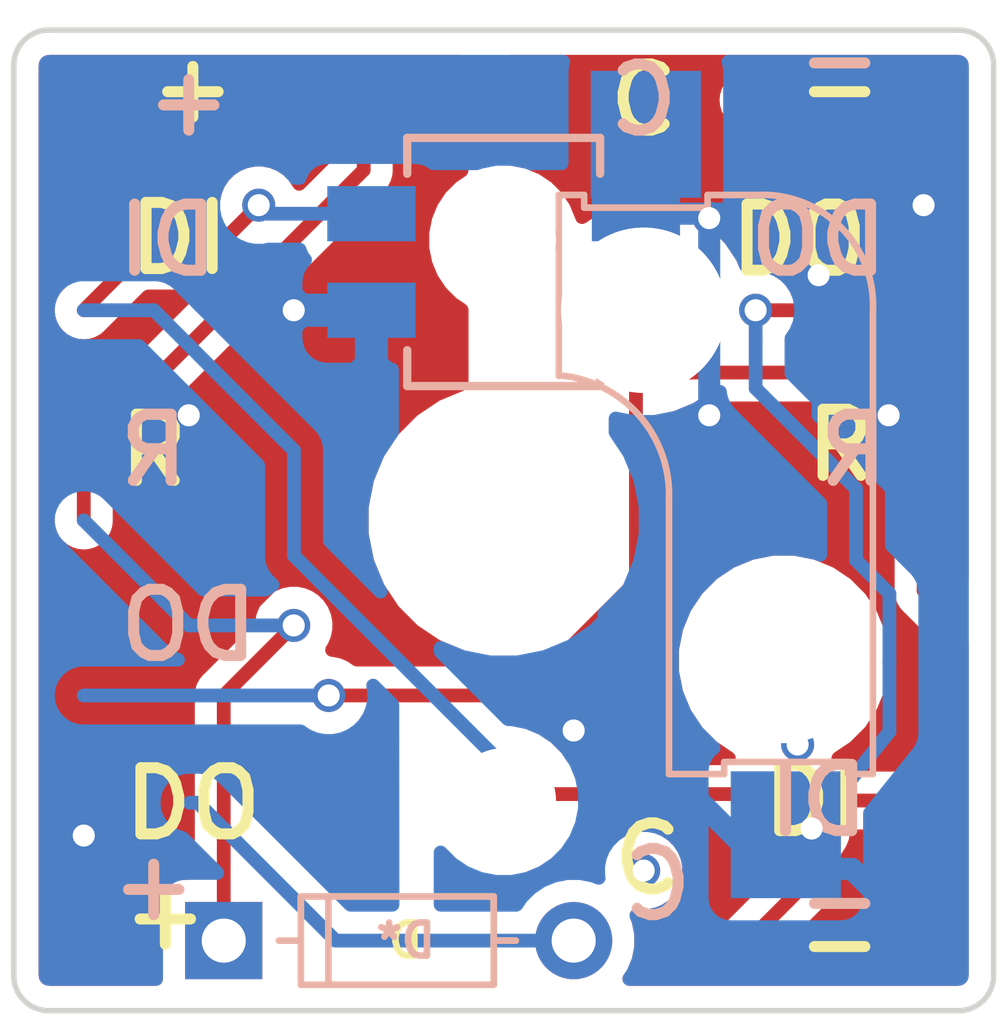
<source format=kicad_pcb>
(kicad_pcb (version 20171130) (host pcbnew 5.1.6-c6e7f7d~87~ubuntu20.04.1)

  (general
    (thickness 1.6)
    (drawings 32)
    (tracks 102)
    (zones 0)
    (modules 3)
    (nets 8)
  )

  (page A4)
  (layers
    (0 F.Cu signal)
    (31 B.Cu signal)
    (32 B.Adhes user)
    (33 F.Adhes user)
    (34 B.Paste user)
    (35 F.Paste user)
    (36 B.SilkS user)
    (37 F.SilkS user)
    (38 B.Mask user)
    (39 F.Mask user)
    (40 Dwgs.User user)
    (41 Cmts.User user)
    (42 Eco1.User user)
    (43 Eco2.User user)
    (44 Edge.Cuts user)
    (45 Margin user)
    (46 B.CrtYd user)
    (47 F.CrtYd user)
    (48 B.Fab user)
    (49 F.Fab user)
  )

  (setup
    (last_trace_width 0.25)
    (trace_clearance 0.2)
    (zone_clearance 0.4)
    (zone_45_only no)
    (trace_min 0.2)
    (via_size 0.8)
    (via_drill 0.4)
    (via_min_size 0.4)
    (via_min_drill 0.3)
    (uvia_size 0.3)
    (uvia_drill 0.1)
    (uvias_allowed no)
    (uvia_min_size 0.2)
    (uvia_min_drill 0.1)
    (edge_width 0.15)
    (segment_width 0.2)
    (pcb_text_width 0.3)
    (pcb_text_size 1.5 1.5)
    (mod_edge_width 0.15)
    (mod_text_size 1 1)
    (mod_text_width 0.15)
    (pad_size 1.8 1.8)
    (pad_drill 0.8)
    (pad_to_mask_clearance 0.051)
    (solder_mask_min_width 0.25)
    (aux_axis_origin 144.362 114.357)
    (grid_origin 144.362 114.357)
    (visible_elements FFFFFF7F)
    (pcbplotparams
      (layerselection 0x010f0_ffffffff)
      (usegerberextensions true)
      (usegerberattributes false)
      (usegerberadvancedattributes false)
      (creategerberjobfile false)
      (excludeedgelayer true)
      (linewidth 0.265000)
      (plotframeref false)
      (viasonmask false)
      (mode 1)
      (useauxorigin false)
      (hpglpennumber 1)
      (hpglpenspeed 20)
      (hpglpendiameter 15.000000)
      (psnegative false)
      (psa4output false)
      (plotreference true)
      (plotvalue true)
      (plotinvisibletext false)
      (padsonsilk false)
      (subtractmaskfromsilk false)
      (outputformat 1)
      (mirror false)
      (drillshape 0)
      (scaleselection 1)
      (outputdirectory "garbar/"))
  )

  (net 0 "")
  (net 1 /ROW0)
  (net 2 "Net-(D1-Pad2)")
  (net 3 "Net-(L1-Pad3)")
  (net 4 "Net-(L1-Pad1)")
  (net 5 GND)
  (net 6 /COL0)
  (net 7 VCC)

  (net_class Default "これはデフォルトのネット クラスです。"
    (clearance 0.2)
    (trace_width 0.25)
    (via_dia 0.8)
    (via_drill 0.4)
    (uvia_dia 0.3)
    (uvia_drill 0.1)
    (add_net /COL0)
    (add_net /ROW0)
    (add_net "Net-(D1-Pad2)")
    (add_net "Net-(L1-Pad1)")
    (add_net "Net-(L1-Pad3)")
  )

  (net_class PWR ""
    (clearance 0.2)
    (trace_width 0.4)
    (via_dia 0.8)
    (via_drill 0.4)
    (uvia_dia 0.3)
    (uvia_drill 0.1)
    (add_net GND)
    (add_net VCC)
  )

  (module kbd:MX_Hotswap_single (layer F.Cu) (tedit 5F6C8F22) (tstamp 5C597ED6)
    (at 153.252 105.467 270)
    (path /5C587F87)
    (fp_text reference SW1 (at 7.1 8.2 90) (layer F.SilkS) hide
      (effects (font (size 1 1) (thickness 0.15)))
    )
    (fp_text value SW_PUSH (at -4.8 8.3 90) (layer F.Fab) hide
      (effects (font (size 1 1) (thickness 0.15)))
    )
    (fp_arc (start -0.465 -0.83) (end -0.4 -3) (angle -87.20520824) (layer B.SilkS) (width 0.12))
    (fp_arc (start -3.899999 -4.7) (end -3.8 -6.7) (angle -92.86237665) (layer B.SilkS) (width 0.12))
    (fp_line (start 4.6 -6.25) (end 4.600001 -6.7) (layer B.SilkS) (width 0.12))
    (fp_line (start 4.600001 -6.7) (end -3.8 -6.7) (layer B.SilkS) (width 0.12))
    (fp_line (start -0.4 -3) (end 4.6 -3) (layer B.SilkS) (width 0.12))
    (fp_line (start -5.9 -1) (end -2.62 -1) (layer B.SilkS) (width 0.12))
    (fp_line (start -5.9 -4.7) (end -5.9 -3.7) (layer B.SilkS) (width 0.12))
    (fp_line (start -5.9 -1) (end -5.9 -1.46) (layer B.SilkS) (width 0.12))
    (fp_line (start -5.7 -1.46) (end -5.9 -1.46) (layer B.SilkS) (width 0.12))
    (fp_line (start -5.67 -3.7) (end -5.67 -1.46) (layer B.SilkS) (width 0.12))
    (fp_line (start -5.9 -3.7) (end -5.7 -3.7) (layer B.SilkS) (width 0.12))
    (fp_line (start 4.4 -6.25) (end 4.6 -6.25) (layer B.SilkS) (width 0.12))
    (fp_line (start 4.38 -4) (end 4.38 -6.25) (layer B.SilkS) (width 0.12))
    (fp_line (start 4.6 -4) (end 4.4 -4) (layer B.SilkS) (width 0.12))
    (fp_line (start 4.6 -3) (end 4.6 -4) (layer B.SilkS) (width 0.12))
    (fp_line (start -8.9 -8.9) (end 8.9 -8.9) (layer F.CrtYd) (width 0.05))
    (fp_line (start 8.9 -8.9) (end 8.9 8.9) (layer F.CrtYd) (width 0.05))
    (fp_line (start 8.9 8.9) (end -8.9 8.9) (layer F.CrtYd) (width 0.05))
    (fp_line (start -8.9 8.9) (end -8.9 -8.9) (layer F.CrtYd) (width 0.05))
    (pad 2 smd rect (at 5.7 -5.12 90) (size 2.3 2) (layers B.Cu B.Paste B.Mask)
      (net 2 "Net-(D1-Pad2)"))
    (pad "" np_thru_hole circle (at -5.08 0 270) (size 1.9 1.9) (drill 1.9) (layers *.Cu *.Mask))
    (pad "" np_thru_hole circle (at 5.08 0 270) (size 1.9 1.9) (drill 1.9) (layers *.Cu *.Mask))
    (pad "" np_thru_hole circle (at 0 0) (size 4.1 4.1) (drill 4.1) (layers *.Cu *.Mask))
    (pad "" np_thru_hole circle (at 2.54 -5.08 90) (size 3 3) (drill 3) (layers *.Cu *.Mask))
    (pad "" np_thru_hole circle (at -3.81 -2.54 90) (size 3 3) (drill 3) (layers *.Cu *.Mask))
    (pad 1 smd rect (at -7 -2.58 90) (size 2.3 2) (layers B.Cu B.Paste B.Mask)
      (net 6 /COL0))
    (model ${KIPRJMOD}/../../../lib/KeySwitches/machanical-keyboard-keys-mx-key-switches-mx-1.snapshot.10/MX.step
      (offset (xyz 7.5 7.25 6))
      (scale (xyz 1 1 1))
      (rotate (xyz -90 0 180))
    )
    (model ../../../lib/KeySwitches/kailh-hotswap-mx-1.snapshot.11/Kailh_Hotswap_MX/Kailh_Hotswap_MX_v22.step
      (offset (xyz -0.8 4.7 -3.4))
      (scale (xyz 1 1 1))
      (rotate (xyz 0 0 180))
    )
  )

  (module kbd:SK6812MINI_rev (layer B.Cu) (tedit 5F6C89CB) (tstamp 5C58B31D)
    (at 153.252 100.782 180)
    (path /5C58D060)
    (fp_text reference L1 (at 0 2.5 180) (layer B.SilkS) hide
      (effects (font (size 1 1) (thickness 0.15)) (justify mirror))
    )
    (fp_text value SK6812MINI (at -0.3 -2.7 180) (layer B.Fab) hide
      (effects (font (size 1 1) (thickness 0.15)) (justify mirror))
    )
    (fp_line (start -1.75 2.25) (end -1.75 1.6) (layer B.SilkS) (width 0.15))
    (fp_line (start 1.75 2.25) (end 1.75 1.6) (layer B.SilkS) (width 0.15))
    (fp_line (start -1.75 2.25) (end 1.75 2.25) (layer B.SilkS) (width 0.15))
    (fp_line (start 1.75 -2.25) (end -1.75 -2.25) (layer B.SilkS) (width 0.15))
    (fp_circle (center -2.4 -1.9) (end -2.3 -1.9) (layer B.SilkS) (width 0.2))
    (fp_line (start 1.75 -1.6) (end 1.75 -2.25) (layer B.SilkS) (width 0.15))
    (fp_line (start -1.75 -1.6) (end -1.75 -2.25) (layer B.SilkS) (width 0.15))
    (pad 2 smd rect (at -2.4 0.875 180) (size 1.6 1) (layers B.Cu B.Paste B.Mask)
      (net 5 GND))
    (pad 1 smd rect (at -2.4 -0.875 180) (size 1.6 1) (layers B.Cu B.Paste B.Mask)
      (net 4 "Net-(L1-Pad1)"))
    (pad 3 smd rect (at 2.4 0.875 180) (size 1.6 1) (layers B.Cu B.Paste B.Mask)
      (net 3 "Net-(L1-Pad3)"))
    (pad 4 smd rect (at 2.4 -0.875 180) (size 1.6 1) (layers B.Cu B.Paste B.Mask)
      (net 7 VCC))
    (model ${KIPRJMOD}/../../../lib/KeySwitches/sk6812-sk6814-smd3535-1.snapshot.1/SMD3535_RGB.stp
      (at (xyz 0 0 0))
      (scale (xyz 1 1 1))
      (rotate (xyz 0 0 0))
    )
  )

  (module footprint:diode (layer B.Cu) (tedit 5F6BE845) (tstamp 5C5957EF)
    (at 148.172 113.087)
    (path /5C5882E1)
    (fp_text reference D (at 3.302 0) (layer F.SilkS)
      (effects (font (size 0.6 0.6) (thickness 0.12)) (justify mirror))
    )
    (fp_text value D (at 3.2 1.6) (layer B.Fab) hide
      (effects (font (size 1 1) (thickness 0.15)) (justify mirror))
    )
    (fp_text user D* (at 3.302 0) (layer B.SilkS)
      (effects (font (size 0.6 0.6) (thickness 0.12)) (justify mirror))
    )
    (fp_line (start 7.2 1) (end -0.8 1) (layer B.CrtYd) (width 0.05))
    (fp_line (start 7.2 -1) (end 7.2 1) (layer B.CrtYd) (width 0.05))
    (fp_line (start -0.8 -1) (end 7.2 -1) (layer B.CrtYd) (width 0.05))
    (fp_line (start -0.8 1) (end -0.8 -1) (layer B.CrtYd) (width 0.05))
    (fp_line (start 4.8992 -0.8) (end 4.8992 0.8) (layer F.SilkS) (width 0.12))
    (fp_line (start 1.3992 -0.8) (end 4.8992 -0.8) (layer F.SilkS) (width 0.12))
    (fp_line (start 1.3992 0.8) (end 1.3992 -0.8) (layer F.SilkS) (width 0.12))
    (fp_line (start 4.8992 0.8) (end 1.3992 0.8) (layer F.SilkS) (width 0.12))
    (fp_line (start 1.89984 0.8) (end 1.89984 -0.8) (layer F.SilkS) (width 0.12))
    (fp_line (start 4.8992 0) (end 5.2992 0) (layer F.SilkS) (width 0.12))
    (fp_line (start 1.3992 0) (end 0.9992 0) (layer F.SilkS) (width 0.12))
    (fp_line (start 4.9 0) (end 5.3 0) (layer B.SilkS) (width 0.12))
    (fp_line (start 1.4 0) (end 1 0) (layer B.SilkS) (width 0.12))
    (fp_line (start 1.9 0.8) (end 1.9 -0.8) (layer B.SilkS) (width 0.12))
    (fp_line (start 1.4 0.8) (end 4.9 0.8) (layer B.SilkS) (width 0.12))
    (fp_line (start 4.9 0.8) (end 4.9 -0.8) (layer B.SilkS) (width 0.12))
    (fp_line (start 4.9 -0.8) (end 1.4 -0.8) (layer B.SilkS) (width 0.12))
    (fp_line (start 1.4 -0.8) (end 1.4 0.8) (layer B.SilkS) (width 0.12))
    (pad 1 thru_hole rect (at 0 0) (size 1.4 1.4) (drill 0.8) (layers *.Cu *.Mask)
      (net 1 /ROW0))
    (pad 2 thru_hole circle (at 6.35 0) (size 1.4 1.4) (drill 0.8) (layers *.Cu *.Mask)
      (net 2 "Net-(D1-Pad2)"))
  )

  (gr_text DO (at 147.537 107.372) (layer B.SilkS) (tstamp 5C5B6AE3)
    (effects (font (size 1.2 1.2) (thickness 0.2)) (justify mirror))
  )
  (gr_text C (at 155.792 97.847) (layer F.SilkS) (tstamp 5C5B5358)
    (effects (font (size 1.2 1.2) (thickness 0.2)))
  )
  (gr_text + (at 147.112 112.607) (layer F.SilkS) (tstamp 5F6C86AC)
    (effects (font (size 1.2 1.2) (thickness 0.2)))
  )
  (gr_text DI (at 158.862 110.547) (layer F.SilkS) (tstamp 5C5B5373)
    (effects (font (size 1.2 1.2) (thickness 0.2)))
  )
  (gr_text - (at 159.348 97.607) (layer F.SilkS) (tstamp 5C5B5B99)
    (effects (font (size 1.2 1.2) (thickness 0.2)))
  )
  (gr_text + (at 147.612 97.607) (layer F.SilkS)
    (effects (font (size 1.2 1.2) (thickness 0.2)))
  )
  (gr_text C (at 156.046 112.071) (layer B.SilkS) (tstamp 5C5B6ADD)
    (effects (font (size 1.2 1.2) (thickness 0.2)) (justify mirror))
  )
  (gr_text DI (at 158.967 110.547) (layer B.SilkS) (tstamp 5C5B6AD9)
    (effects (font (size 1.2 1.2) (thickness 0.2)) (justify mirror))
  )
  (gr_text + (at 147.537 97.847) (layer B.SilkS) (tstamp 5C5B6ADE)
    (effects (font (size 1.2 1.2) (thickness 0.2)) (justify mirror))
  )
  (gr_text DI (at 147.156 100.387) (layer B.SilkS) (tstamp 5C5B6ADA)
    (effects (font (size 1.2 1.2) (thickness 0.2)) (justify mirror))
  )
  (gr_text R (at 146.902 104.197) (layer F.SilkS) (tstamp 5C5B5361)
    (effects (font (size 1.2 1.2) (thickness 0.2)))
  )
  (gr_text R (at 146.902 104.197) (layer B.SilkS) (tstamp 5C5B6ADF)
    (effects (font (size 1.2 1.2) (thickness 0.2)) (justify mirror))
  )
  (gr_text C (at 155.792 97.847) (layer B.SilkS) (tstamp 5C5B6AD8)
    (effects (font (size 1.2 1.2) (thickness 0.2)) (justify mirror))
  )
  (gr_text C (at 155.862 111.607) (layer F.SilkS) (tstamp 5C5B5361)
    (effects (font (size 1.2 1.2) (thickness 0.2)))
  )
  (gr_text DO (at 158.612 100.387) (layer F.SilkS) (tstamp 5C5B5B04)
    (effects (font (size 1.2 1.2) (thickness 0.2)))
  )
  (gr_text DI (at 147.362 100.357) (layer F.SilkS) (tstamp 5C5B5A4D)
    (effects (font (size 1.2 1.2) (thickness 0.2)))
  )
  (gr_text R (at 159.362 104.107) (layer F.SilkS) (tstamp 5C5B5373)
    (effects (font (size 1.2 1.2) (thickness 0.2)))
  )
  (gr_text DO (at 158.967 100.387) (layer B.SilkS) (tstamp 5C5B6ADC)
    (effects (font (size 1.2 1.2) (thickness 0.2)) (justify mirror))
  )
  (gr_text - (at 159.348 97.085) (layer B.SilkS) (tstamp 5C5B6ADB)
    (effects (font (size 1.2 1.2) (thickness 0.2)) (justify mirror))
  )
  (gr_text - (at 159.348 113.107) (layer F.SilkS) (tstamp 5C5B5B04)
    (effects (font (size 1.2 1.2) (thickness 0.2)))
  )
  (gr_text R (at 159.602 104.197) (layer B.SilkS) (tstamp 5C5B6AE0)
    (effects (font (size 1.2 1.2) (thickness 0.2)) (justify mirror))
  )
  (gr_text + (at 146.902 112.071) (layer B.SilkS) (tstamp 5C5B6AE2)
    (effects (font (size 1.2 1.2) (thickness 0.2)) (justify mirror))
  )
  (gr_text - (at 159.348 112.325) (layer B.SilkS) (tstamp 5C5B6AE1)
    (effects (font (size 1.2 1.2) (thickness 0.2)) (justify mirror))
  )
  (gr_text DO (at 147.612 110.607) (layer F.SilkS) (tstamp 5C5B5AA2)
    (effects (font (size 1.2 1.2) (thickness 0.2)))
  )
  (gr_line (start 161.507 114.357) (end 144.997 114.357) (layer Edge.Cuts) (width 0.1) (tstamp 5F6BDD89))
  (gr_line (start 144.362 113.722) (end 144.362 97.212) (layer Edge.Cuts) (width 0.1) (tstamp 5F6BDD86))
  (gr_arc (start 144.997 97.212) (end 144.997 96.577) (angle -90) (layer Edge.Cuts) (width 0.1) (tstamp 5F6BDD83))
  (gr_arc (start 144.997 113.722) (end 144.362 113.722) (angle -90) (layer Edge.Cuts) (width 0.1) (tstamp 5F6BDD80))
  (gr_line (start 144.997 96.577) (end 161.507 96.577) (layer Edge.Cuts) (width 0.1) (tstamp 5F6BDD7D))
  (gr_arc (start 161.507 113.722) (end 161.507 114.357) (angle -90) (layer Edge.Cuts) (width 0.1) (tstamp 5F6BDD7A))
  (gr_arc (start 161.507 97.212) (end 162.142 97.212) (angle -90) (layer Edge.Cuts) (width 0.1) (tstamp 5F6BDD77))
  (gr_line (start 162.142 97.212) (end 162.142 113.722) (layer Edge.Cuts) (width 0.1) (tstamp 5F6BDD74))

  (segment (start 148.172 108.642) (end 148.172 113.087) (width 0.25) (layer F.Cu) (net 1))
  (segment (start 149.442 107.372) (end 148.172 108.642) (width 0.25) (layer F.Cu) (net 1))
  (segment (start 160.872 106.739792) (end 161.269218 107.13701) (width 0.25) (layer F.Cu) (net 1))
  (segment (start 160.872 105.467) (end 160.872 106.739792) (width 0.25) (layer F.Cu) (net 1))
  (segment (start 146.531999 100.757001) (end 147.801999 100.757001) (width 0.25) (layer F.Cu) (net 3))
  (segment (start 145.632 101.657) (end 146.531999 100.757001) (width 0.25) (layer F.Cu) (net 3))
  (segment (start 147.801999 100.757001) (end 148.807 99.752) (width 0.25) (layer F.Cu) (net 3))
  (segment (start 148.807 99.752) (end 148.807 99.752) (width 0.25) (layer F.Cu) (net 3) (tstamp 5C5EFDB1))
  (segment (start 160.872 110.547) (end 159.599208 110.547) (width 0.25) (layer F.Cu) (net 0))
  (segment (start 159.599208 110.547) (end 159.482207 110.429999) (width 0.25) (layer F.Cu) (net 0))
  (segment (start 153.769999 110.429999) (end 159.484999 110.429999) (width 0.25) (layer F.Cu) (net 0))
  (segment (start 159.742 102.787) (end 155.652 102.787) (width 0.25) (layer F.Cu) (net 4))
  (segment (start 160.872 101.657) (end 159.742 102.787) (width 0.25) (layer F.Cu) (net 4))
  (segment (start 155.652 106.582002) (end 153.592002 108.642) (width 0.25) (layer F.Cu) (net 4))
  (segment (start 155.652 102.787) (end 155.652 106.582002) (width 0.25) (layer F.Cu) (net 4))
  (segment (start 153.592002 108.642) (end 150.077 108.642) (width 0.25) (layer F.Cu) (net 4))
  (segment (start 150.077 108.642) (end 150.077 108.642) (width 0.25) (layer F.Cu) (net 4) (tstamp 5C5EFDFB))
  (segment (start 150.712 99.114208) (end 145.632 104.194208) (width 0.25) (layer F.Cu) (net 5))
  (segment (start 150.712 98.482) (end 150.712 99.114208) (width 0.25) (layer F.Cu) (net 5))
  (segment (start 158.967 101.022) (end 155.792 97.847) (width 0.25) (layer F.Cu) (net 5))
  (segment (start 145.632 104.194208) (end 145.632 105.467) (width 0.25) (layer F.Cu) (net 5))
  (segment (start 151.347 97.847) (end 150.712 98.482) (width 0.25) (layer F.Cu) (net 5))
  (segment (start 155.792 97.847) (end 151.347 97.847) (width 0.25) (layer F.Cu) (net 5))
  (segment (start 158.84 111.944) (end 157.697 113.087) (width 0.25) (layer F.Cu) (net 6))
  (segment (start 158.84 111.055) (end 158.84 111.944) (width 0.25) (layer F.Cu) (net 6))
  (segment (start 159.592001 101.322001) (end 159.257002 101.657) (width 0.25) (layer F.Cu) (net 6))
  (segment (start 158.248264 101.657) (end 157.824 101.657) (width 0.25) (layer F.Cu) (net 6))
  (segment (start 159.257002 101.657) (end 158.248264 101.657) (width 0.25) (layer F.Cu) (net 6))
  (segment (start 159.592001 99.742001) (end 159.592001 101.322001) (width 0.25) (layer F.Cu) (net 6))
  (segment (start 157.697 97.847) (end 159.592001 99.742001) (width 0.25) (layer F.Cu) (net 6))
  (segment (start 145.632 113.087) (end 145.632 111.182) (width 0.4) (layer F.Cu) (net 7))
  (segment (start 145.632 110.566002) (end 146.932001 109.266001) (width 0.4) (layer F.Cu) (net 7))
  (segment (start 149.522001 106.052) (end 146.932001 108.642) (width 0.4) (layer F.Cu) (net 7))
  (segment (start 149.522001 104.818999) (end 149.522001 106.052) (width 0.4) (layer F.Cu) (net 7))
  (segment (start 149.442 101.657) (end 149.442 104.738998) (width 0.4) (layer F.Cu) (net 7))
  (segment (start 149.442 104.738998) (end 149.522001 104.818999) (width 0.4) (layer F.Cu) (net 7))
  (segment (start 146.932001 109.266001) (end 146.932001 108.642) (width 0.4) (layer F.Cu) (net 7))
  (via (at 149.442 101.657) (size 0.6) (drill 0.4) (layers F.Cu B.Cu) (net 7))
  (segment (start 149.442 101.657) (end 145.632 97.847) (width 0.4) (layer B.Cu) (net 7) (tstamp 5C5EFD78))
  (segment (start 150.852 101.657) (end 149.442 101.657) (width 0.4) (layer B.Cu) (net 7))
  (segment (start 149.442 101.657) (end 149.442 101.657) (width 0.4) (layer B.Cu) (net 7))
  (segment (start 157.824 102.165) (end 157.824 101.657) (width 0.25) (layer B.Cu) (net 6))
  (via (at 158.84 111.055) (size 0.6) (drill 0.4) (layers F.Cu B.Cu) (net 6))
  (segment (start 160.252 108.047) (end 160.252 109.297) (width 0.25) (layer B.Cu) (net 6))
  (segment (start 160.252 109.297) (end 158.84 111.055) (width 0.25) (layer B.Cu) (net 6))
  (segment (start 157.824 102.165) (end 157.824 103.071998) (width 0.25) (layer B.Cu) (net 6))
  (segment (start 157.824 103.071998) (end 159.646999 104.894997) (width 0.25) (layer B.Cu) (net 6))
  (segment (start 159.646999 104.894997) (end 159.646999 106.191999) (width 0.25) (layer B.Cu) (net 6))
  (segment (start 159.646999 106.191999) (end 160.252 106.797) (width 0.25) (layer B.Cu) (net 6))
  (segment (start 160.252 106.797) (end 160.252 108.047) (width 0.25) (layer B.Cu) (net 6))
  (via (at 157.824 101.657) (size 0.6) (drill 0.4) (layers F.Cu B.Cu) (net 6))
  (segment (start 155.652 101.657) (end 155.652 102.787) (width 0.25) (layer B.Cu) (net 4))
  (via (at 155.652 102.787) (size 0.6) (drill 0.4) (layers F.Cu B.Cu) (net 4))
  (segment (start 155.652 102.787) (end 155.652 102.787) (width 0.25) (layer B.Cu) (net 4) (tstamp 5C5EFDC4))
  (segment (start 150.852 99.907) (end 148.962 99.907) (width 0.25) (layer B.Cu) (net 3))
  (segment (start 148.962 99.907) (end 148.807 99.752) (width 0.25) (layer B.Cu) (net 3))
  (via (at 148.807 99.752) (size 0.6) (drill 0.4) (layers F.Cu B.Cu) (net 3))
  (segment (start 147.537 107.372) (end 149.442 107.372) (width 0.25) (layer B.Cu) (net 1))
  (via (at 149.442 107.372) (size 0.6) (drill 0.4) (layers F.Cu B.Cu) (net 1))
  (segment (start 145.632 105.467) (end 147.537 107.372) (width 0.25) (layer B.Cu) (net 1))
  (segment (start 149.442 107.372) (end 149.442 107.372) (width 0.25) (layer B.Cu) (net 1) (tstamp 5C5EFE47))
  (segment (start 147.552 110.587) (end 147.702 110.587) (width 0.25) (layer B.Cu) (net 2))
  (segment (start 147.702 110.587) (end 150.202 113.087) (width 0.25) (layer B.Cu) (net 2))
  (segment (start 150.202 113.087) (end 153.532051 113.087) (width 0.25) (layer B.Cu) (net 2))
  (segment (start 153.532051 113.087) (end 154.522 113.087) (width 0.25) (layer B.Cu) (net 2))
  (segment (start 149.447001 106.107001) (end 149.447001 104.199209) (width 0.25) (layer B.Cu) (net 0))
  (segment (start 149.447001 104.199209) (end 146.904792 101.657) (width 0.25) (layer B.Cu) (net 0))
  (segment (start 146.904792 101.657) (end 145.632 101.657) (width 0.25) (layer B.Cu) (net 0))
  (via (at 153.769999 110.429999) (size 0.6) (drill 0.4) (layers F.Cu B.Cu) (net 0))
  (segment (start 153.769999 110.429999) (end 149.447001 106.107001) (width 0.25) (layer B.Cu) (net 0) (tstamp 5C62B639))
  (segment (start 153.769999 110.429999) (end 153.769999 110.429999) (width 0.25) (layer B.Cu) (net 0))
  (segment (start 145.632 108.642) (end 150.077 108.642) (width 0.25) (layer B.Cu) (net 4))
  (via (at 150.077 108.642) (size 0.6) (drill 0.4) (layers F.Cu B.Cu) (net 4))
  (via (at 154.522 109.277) (size 0.6) (drill 0.4) (layers F.Cu B.Cu) (net 5))
  (via (at 156.981999 103.562) (size 0.6) (drill 0.4) (layers F.Cu B.Cu) (net 5))
  (via (at 160.237 103.562) (size 0.6) (drill 0.4) (layers F.Cu B.Cu) (net 5))
  (segment (start 160.872 113.087) (end 159.599208 113.087) (width 0.4) (layer B.Cu) (net 5))
  (segment (start 157.062 99.907) (end 158.812 99.907) (width 0.4) (layer B.Cu) (net 5))
  (segment (start 155.652 99.907) (end 157.062 99.907) (width 0.4) (layer B.Cu) (net 5))
  (via (at 156.981999 99.987001) (size 0.6) (drill 0.4) (layers F.Cu B.Cu) (net 5))
  (segment (start 156.981999 99.987001) (end 157.062 99.907) (width 0.4) (layer B.Cu) (net 5) (tstamp 5C645A51))
  (via (at 158.586 109.531) (size 0.6) (drill 0.4) (layers F.Cu B.Cu) (net 5))
  (via (at 160.872 99.752) (size 0.6) (drill 0.4) (layers F.Cu B.Cu) (net 5))
  (via (at 155.792 111.817) (size 0.6) (drill 0.4) (layers F.Cu B.Cu) (net 0))
  (segment (start 156.981999 103.562) (end 156.981999 99.987001) (width 0.4) (layer B.Cu) (net 5) (tstamp 5C64591A))
  (segment (start 156.981999 105.363003) (end 156.981999 103.562) (width 0.4) (layer B.Cu) (net 5))
  (segment (start 156.981999 99.987001) (end 156.981999 99.987001) (width 0.4) (layer B.Cu) (net 5))
  (segment (start 160.872 113.087) (end 159.571999 111.786999) (width 0.4) (layer B.Cu) (net 5))
  (segment (start 159.571999 111.786999) (end 158.029997 111.786999) (width 0.4) (layer B.Cu) (net 5))
  (segment (start 158.812 99.907) (end 160.872 97.847) (width 0.4) (layer B.Cu) (net 5))
  (segment (start 158.967 103.562) (end 158.967 101.022) (width 0.25) (layer B.Cu) (net 5))
  (segment (start 160.872 105.467) (end 158.967 103.562) (width 0.25) (layer B.Cu) (net 5))
  (segment (start 158.029997 111.786999) (end 155.157 108.914002) (width 0.4) (layer B.Cu) (net 5))
  (segment (start 155.157 108.914002) (end 155.157 107.188002) (width 0.4) (layer B.Cu) (net 5))
  (segment (start 155.157 107.188002) (end 156.981999 105.363003) (width 0.4) (layer B.Cu) (net 5))
  (segment (start 155.952 99.907) (end 155.652 99.907) (width 0.4) (layer B.Cu) (net 5))
  (via (at 158.967 101.022) (size 0.6) (drill 0.4) (layers F.Cu B.Cu) (net 5))
  (segment (start 158.967 101.022) (end 158.967 101.022) (width 0.25) (layer B.Cu) (net 5) (tstamp 5C62C4AC))
  (segment (start 159.599208 113.087) (end 159.12699 113.559218) (width 0.4) (layer B.Cu) (net 5))
  (segment (start 145.632 111.182) (end 145.632 110.566002) (width 0.4) (layer F.Cu) (net 7) (tstamp 5C645E5B))
  (via (at 145.632 111.182) (size 0.6) (drill 0.4) (layers F.Cu B.Cu) (net 7))
  (via (at 147.537 103.562) (size 0.6) (drill 0.4) (layers F.Cu B.Cu) (net 7))

  (zone (net 5) (net_name GND) (layer F.Cu) (tstamp 5C64AF5E) (hatch edge 0.508)
    (connect_pads (clearance 0.4))
    (min_thickness 0.25)
    (fill yes (arc_segments 16) (thermal_gap 0.45) (thermal_bridge_width 0.6) (smoothing fillet) (radius 0.4))
    (polygon
      (pts
        (xy 153.252 96.357) (xy 162.362 96.357) (xy 162.362 114.607) (xy 148.807 114.607) (xy 148.807 109.277)
        (xy 153.252 109.277)
      )
    )
    (filled_polygon
      (pts
        (xy 161.518122 97.155848) (xy 161.528813 97.159075) (xy 161.538675 97.164319) (xy 161.547335 97.171382) (xy 161.554458 97.179993)
        (xy 161.55977 97.189817) (xy 161.563073 97.200488) (xy 161.567 97.237849) (xy 161.567001 106.515555) (xy 161.522 106.470554)
        (xy 161.522 105.435068) (xy 161.512595 105.339578) (xy 161.475427 105.217052) (xy 161.41507 105.104132) (xy 161.333843 105.005157)
        (xy 161.234867 104.92393) (xy 161.121947 104.863573) (xy 160.999421 104.826405) (xy 160.872 104.813855) (xy 160.744578 104.826405)
        (xy 160.622052 104.863573) (xy 160.509132 104.92393) (xy 160.410157 105.005157) (xy 160.32893 105.104133) (xy 160.268573 105.217053)
        (xy 160.231405 105.339579) (xy 160.222 105.435069) (xy 160.222001 106.707861) (xy 160.218856 106.739792) (xy 160.231406 106.867214)
        (xy 160.268573 106.989739) (xy 160.32893 107.10266) (xy 160.389802 107.176832) (xy 160.389805 107.176835) (xy 160.410158 107.201635)
        (xy 160.434958 107.221988) (xy 160.832178 107.619208) (xy 160.906349 107.680079) (xy 161.01927 107.740437) (xy 161.141795 107.777604)
        (xy 161.269217 107.790154) (xy 161.396639 107.777604) (xy 161.519165 107.740437) (xy 161.567001 107.714868) (xy 161.567001 113.693869)
        (xy 161.563153 113.733119) (xy 161.559924 113.743812) (xy 161.554679 113.753677) (xy 161.547618 113.762335) (xy 161.539009 113.769457)
        (xy 161.529184 113.774769) (xy 161.518511 113.778073) (xy 161.481151 113.782) (xy 155.53091 113.782) (xy 155.607581 113.667255)
        (xy 155.699924 113.444319) (xy 155.747 113.207652) (xy 155.747 112.966348) (xy 155.699924 112.729681) (xy 155.659373 112.631782)
        (xy 155.710745 112.642) (xy 155.873255 112.642) (xy 156.032644 112.610296) (xy 156.182784 112.548106) (xy 156.317907 112.457819)
        (xy 156.432819 112.342907) (xy 156.523106 112.207784) (xy 156.585296 112.057644) (xy 156.617 111.898255) (xy 156.617 111.735745)
        (xy 156.585296 111.576356) (xy 156.523106 111.426216) (xy 156.432819 111.291093) (xy 156.317907 111.176181) (xy 156.182784 111.085894)
        (xy 156.168552 111.079999) (xy 158.015 111.079999) (xy 158.015 111.136255) (xy 158.046704 111.295644) (xy 158.108894 111.445784)
        (xy 158.19 111.567167) (xy 158.19 111.674761) (xy 157.214802 112.64996) (xy 157.15393 112.724132) (xy 157.093573 112.837053)
        (xy 157.056406 112.959578) (xy 157.043856 113.087) (xy 157.056406 113.214422) (xy 157.093573 113.336947) (xy 157.15393 113.449868)
        (xy 157.235157 113.548843) (xy 157.334132 113.63007) (xy 157.447053 113.690427) (xy 157.569578 113.727594) (xy 157.697 113.740144)
        (xy 157.824422 113.727594) (xy 157.946947 113.690427) (xy 158.059868 113.63007) (xy 158.13404 113.569198) (xy 159.277043 112.426196)
        (xy 159.301843 112.405843) (xy 159.353494 112.342907) (xy 159.383069 112.306869) (xy 159.436032 112.207784) (xy 159.443427 112.193948)
        (xy 159.480595 112.071422) (xy 159.49 111.975932) (xy 159.49 111.975922) (xy 159.493144 111.944001) (xy 159.49 111.91208)
        (xy 159.49 111.567167) (xy 159.571106 111.445784) (xy 159.633296 111.295644) (xy 159.652917 111.197) (xy 160.903932 111.197)
        (xy 160.999422 111.187595) (xy 161.121948 111.150427) (xy 161.234868 111.09007) (xy 161.333843 111.008843) (xy 161.41507 110.909868)
        (xy 161.475427 110.796948) (xy 161.512595 110.674422) (xy 161.525145 110.547) (xy 161.512595 110.419578) (xy 161.475427 110.297052)
        (xy 161.41507 110.184132) (xy 161.333843 110.085157) (xy 161.234868 110.00393) (xy 161.121948 109.943573) (xy 160.999422 109.906405)
        (xy 160.903932 109.897) (xy 159.860139 109.897) (xy 159.847867 109.886929) (xy 159.734947 109.826572) (xy 159.612421 109.789404)
        (xy 159.516931 109.779999) (xy 159.514128 109.779999) (xy 159.482207 109.776855) (xy 159.450286 109.779999) (xy 159.323423 109.779999)
        (xy 159.622862 109.57992) (xy 159.90492 109.297862) (xy 160.126532 108.966197) (xy 160.27918 108.597671) (xy 160.357 108.206445)
        (xy 160.357 107.807555) (xy 160.27918 107.416329) (xy 160.126532 107.047803) (xy 159.90492 106.716138) (xy 159.622862 106.43408)
        (xy 159.291197 106.212468) (xy 158.922671 106.05982) (xy 158.531445 105.982) (xy 158.132555 105.982) (xy 157.741329 106.05982)
        (xy 157.372803 106.212468) (xy 157.041138 106.43408) (xy 156.75908 106.716138) (xy 156.537468 107.047803) (xy 156.38482 107.416329)
        (xy 156.307 107.807555) (xy 156.307 108.206445) (xy 156.38482 108.597671) (xy 156.537468 108.966197) (xy 156.75908 109.297862)
        (xy 157.041138 109.57992) (xy 157.340577 109.779999) (xy 154.513474 109.779999) (xy 154.397707 109.606742) (xy 154.192258 109.401293)
        (xy 153.950675 109.239872) (xy 153.895275 109.216924) (xy 153.95487 109.18507) (xy 154.053845 109.103843) (xy 154.074202 109.079038)
        (xy 156.089043 107.064198) (xy 156.113843 107.043845) (xy 156.165242 106.981216) (xy 156.195069 106.944871) (xy 156.255427 106.83195)
        (xy 156.275278 106.766509) (xy 156.292595 106.709424) (xy 156.302 106.613934) (xy 156.302 106.613924) (xy 156.305144 106.582003)
        (xy 156.302 106.550082) (xy 156.302 103.620227) (xy 156.382671 103.60418) (xy 156.751197 103.451532) (xy 156.772946 103.437)
        (xy 159.710079 103.437) (xy 159.742 103.440144) (xy 159.773921 103.437) (xy 159.773932 103.437) (xy 159.869422 103.427595)
        (xy 159.991948 103.390427) (xy 160.104868 103.33007) (xy 160.203843 103.248843) (xy 160.2242 103.224038) (xy 161.354198 102.094041)
        (xy 161.415069 102.019869) (xy 161.475427 101.906948) (xy 161.512594 101.784423) (xy 161.525144 101.657001) (xy 161.512594 101.529579)
        (xy 161.475427 101.407053) (xy 161.415069 101.294133) (xy 161.333843 101.195157) (xy 161.234867 101.113931) (xy 161.121947 101.053573)
        (xy 160.999421 101.016406) (xy 160.871999 101.003856) (xy 160.744577 101.016406) (xy 160.622052 101.053573) (xy 160.509131 101.113931)
        (xy 160.434959 101.174802) (xy 160.24049 101.369271) (xy 160.242001 101.353933) (xy 160.242001 101.353923) (xy 160.245145 101.322002)
        (xy 160.242001 101.290081) (xy 160.242001 99.773921) (xy 160.245145 99.742) (xy 160.242001 99.710079) (xy 160.242001 99.710069)
        (xy 160.232596 99.614579) (xy 160.195428 99.492053) (xy 160.135071 99.379133) (xy 160.053844 99.280158) (xy 160.029046 99.259807)
        (xy 158.13404 97.364802) (xy 158.059868 97.30393) (xy 157.946947 97.243573) (xy 157.824422 97.206406) (xy 157.697 97.193856)
        (xy 157.569578 97.206406) (xy 157.447053 97.243573) (xy 157.334132 97.30393) (xy 157.235157 97.385157) (xy 157.15393 97.484132)
        (xy 157.093573 97.597053) (xy 157.056406 97.719578) (xy 157.043856 97.847) (xy 157.056406 97.974422) (xy 157.093573 98.096947)
        (xy 157.15393 98.209868) (xy 157.214802 98.28404) (xy 158.942001 100.01124) (xy 158.942002 101.007) (xy 158.336167 101.007)
        (xy 158.214784 100.925894) (xy 158.064644 100.863704) (xy 157.905255 100.832) (xy 157.742745 100.832) (xy 157.649778 100.850492)
        (xy 157.586532 100.697803) (xy 157.36492 100.366138) (xy 157.082862 100.08408) (xy 156.751197 99.862468) (xy 156.382671 99.70982)
        (xy 155.991445 99.632) (xy 155.592555 99.632) (xy 155.201329 99.70982) (xy 154.832803 99.862468) (xy 154.672824 99.969363)
        (xy 154.670317 99.956758) (xy 154.559128 99.688325) (xy 154.397707 99.446742) (xy 154.192258 99.241293) (xy 153.950675 99.079872)
        (xy 153.682242 98.968683) (xy 153.397275 98.912) (xy 153.377 98.912) (xy 153.377 97.152) (xy 161.478879 97.152)
      )
    )
  )
  (zone (net 7) (net_name VCC) (layer F.Cu) (tstamp 5C64AF5B) (hatch edge 0.508)
    (connect_pads (clearance 0.4))
    (min_thickness 0.25)
    (fill yes (arc_segments 16) (thermal_gap 0.45) (thermal_bridge_width 0.6) (smoothing fillet) (radius 0.4))
    (polygon
      (pts
        (xy 144.112 96.357) (xy 152.612 96.357) (xy 152.617 108.642) (xy 148.172 108.642) (xy 148.172 114.607)
        (xy 144.112 114.607)
      )
    )
    (filled_polygon
      (pts
        (xy 152.487342 97.197) (xy 151.378924 97.197) (xy 151.347 97.193856) (xy 151.315076 97.197) (xy 151.315068 97.197)
        (xy 151.219578 97.206405) (xy 151.097052 97.243573) (xy 150.984132 97.30393) (xy 150.90996 97.364801) (xy 150.909957 97.364804)
        (xy 150.885157 97.385157) (xy 150.864804 97.409957) (xy 150.274962 97.9998) (xy 150.250157 98.020157) (xy 150.229802 98.04496)
        (xy 150.16893 98.119132) (xy 150.120431 98.209868) (xy 150.108573 98.232053) (xy 150.071405 98.354579) (xy 150.062 98.450069)
        (xy 150.062 98.450079) (xy 150.058856 98.482) (xy 150.062 98.513921) (xy 150.062 98.844969) (xy 149.540346 99.366623)
        (xy 149.538106 99.361216) (xy 149.447819 99.226093) (xy 149.332907 99.111181) (xy 149.197784 99.020894) (xy 149.047644 98.958704)
        (xy 148.888255 98.927) (xy 148.725745 98.927) (xy 148.566356 98.958704) (xy 148.416216 99.020894) (xy 148.281093 99.111181)
        (xy 148.166181 99.226093) (xy 148.075894 99.361216) (xy 148.013704 99.511356) (xy 147.985224 99.654538) (xy 147.532761 100.107001)
        (xy 146.563923 100.107001) (xy 146.531999 100.103857) (xy 146.500075 100.107001) (xy 146.500067 100.107001) (xy 146.404577 100.116406)
        (xy 146.282051 100.153574) (xy 146.169131 100.213931) (xy 146.070156 100.295158) (xy 146.049801 100.319961) (xy 145.149802 101.21996)
        (xy 145.08893 101.294132) (xy 145.028573 101.407053) (xy 144.991406 101.529578) (xy 144.978856 101.657) (xy 144.991406 101.784422)
        (xy 145.028573 101.906947) (xy 145.08893 102.019868) (xy 145.170157 102.118843) (xy 145.269132 102.20007) (xy 145.382053 102.260427)
        (xy 145.504578 102.297594) (xy 145.632 102.310144) (xy 145.759422 102.297594) (xy 145.881947 102.260427) (xy 145.994868 102.20007)
        (xy 146.06904 102.139198) (xy 146.801237 101.407001) (xy 147.499969 101.407001) (xy 145.194962 103.712008) (xy 145.170157 103.732365)
        (xy 145.149802 103.757168) (xy 145.08893 103.83134) (xy 145.028574 103.94426) (xy 145.028573 103.944261) (xy 144.991405 104.066787)
        (xy 144.982 104.162277) (xy 144.982 104.162287) (xy 144.978856 104.194208) (xy 144.982 104.22613) (xy 144.982001 105.498932)
        (xy 144.991406 105.594422) (xy 145.028574 105.716948) (xy 145.088931 105.829868) (xy 145.170158 105.928843) (xy 145.269133 106.01007)
        (xy 145.382053 106.070427) (xy 145.504579 106.107595) (xy 145.632 106.120145) (xy 145.759422 106.107595) (xy 145.881948 106.070427)
        (xy 145.994868 106.01007) (xy 146.093843 105.928843) (xy 146.17507 105.829868) (xy 146.235427 105.716948) (xy 146.272595 105.594422)
        (xy 146.282 105.498932) (xy 146.282 104.463446) (xy 151.149043 99.596404) (xy 151.173843 99.576051) (xy 151.194198 99.551249)
        (xy 151.25507 99.477077) (xy 151.315427 99.364156) (xy 151.337874 99.290157) (xy 151.352595 99.24163) (xy 151.362 99.14614)
        (xy 151.362 99.146129) (xy 151.365144 99.114208) (xy 151.362 99.082287) (xy 151.362 98.751238) (xy 151.616239 98.497)
        (xy 152.487871 98.497) (xy 152.488126 99.123437) (xy 152.311742 99.241293) (xy 152.106293 99.446742) (xy 151.944872 99.688325)
        (xy 151.833683 99.956758) (xy 151.777 100.241725) (xy 151.777 100.532275) (xy 151.833683 100.817242) (xy 151.944872 101.085675)
        (xy 152.106293 101.327258) (xy 152.311742 101.532707) (xy 152.489155 101.651251) (xy 152.489702 102.995594) (xy 152.03228 103.185065)
        (xy 151.610533 103.466867) (xy 151.251867 103.825533) (xy 150.970065 104.24728) (xy 150.775956 104.7159) (xy 150.677 105.213385)
        (xy 150.677 105.720615) (xy 150.775956 106.2181) (xy 150.970065 106.68672) (xy 151.251867 107.108467) (xy 151.610533 107.467133)
        (xy 152.03228 107.748935) (xy 152.491714 107.939239) (xy 152.491735 107.992) (xy 150.589167 107.992) (xy 150.467784 107.910894)
        (xy 150.317644 107.848704) (xy 150.158255 107.817) (xy 150.13688 107.817) (xy 150.173106 107.762784) (xy 150.235296 107.612644)
        (xy 150.267 107.453255) (xy 150.267 107.290745) (xy 150.235296 107.131356) (xy 150.173106 106.981216) (xy 150.082819 106.846093)
        (xy 149.967907 106.731181) (xy 149.832784 106.640894) (xy 149.682644 106.578704) (xy 149.523255 106.547) (xy 149.360745 106.547)
        (xy 149.201356 106.578704) (xy 149.051216 106.640894) (xy 148.916093 106.731181) (xy 148.801181 106.846093) (xy 148.710894 106.981216)
        (xy 148.648704 107.131356) (xy 148.620224 107.274537) (xy 147.734962 108.1598) (xy 147.710157 108.180157) (xy 147.689802 108.20496)
        (xy 147.62893 108.279132) (xy 147.568574 108.392052) (xy 147.568573 108.392053) (xy 147.531405 108.514579) (xy 147.522 108.610069)
        (xy 147.522 108.610079) (xy 147.518856 108.642) (xy 147.522 108.673922) (xy 147.522001 111.85946) (xy 147.472 111.85946)
        (xy 147.369082 111.869597) (xy 147.270119 111.899617) (xy 147.178914 111.948367) (xy 147.098973 112.013973) (xy 147.033367 112.093914)
        (xy 146.984617 112.185119) (xy 146.954597 112.284082) (xy 146.94446 112.387) (xy 146.94446 113.782) (xy 145.025121 113.782)
        (xy 144.985881 113.778153) (xy 144.975188 113.774924) (xy 144.965323 113.769679) (xy 144.956665 113.762618) (xy 144.949543 113.754009)
        (xy 144.944231 113.744184) (xy 144.940927 113.733511) (xy 144.937 113.696151) (xy 144.937 97.240121) (xy 144.940848 97.200878)
        (xy 144.944075 97.190187) (xy 144.949319 97.180325) (xy 144.956382 97.171665) (xy 144.964993 97.164542) (xy 144.974817 97.15923)
        (xy 144.985488 97.155927) (xy 145.022849 97.152) (xy 152.487324 97.152)
      )
    )
  )
  (zone (net 5) (net_name GND) (layer B.Cu) (tstamp 5C64AF5C) (hatch edge 0.508)
    (connect_pads (clearance 0.4))
    (min_thickness 0.25)
    (fill yes (arc_segments 16) (thermal_gap 0.45) (thermal_bridge_width 0.6) (smoothing fillet) (radius 0.4))
    (polygon
      (pts
        (xy 162.362 114.607) (xy 151.982 114.607) (xy 151.982 106.737) (xy 155.157 106.737) (xy 155.157 99.752)
        (xy 157.062 99.752) (xy 157.062 96.357) (xy 162.362 96.357)
      )
    )
    (filled_polygon
      (pts
        (xy 161.518122 97.155848) (xy 161.528813 97.159075) (xy 161.538675 97.164319) (xy 161.547335 97.171382) (xy 161.554458 97.179993)
        (xy 161.55977 97.189817) (xy 161.563073 97.200488) (xy 161.567 97.237849) (xy 161.567001 113.693869) (xy 161.563153 113.733119)
        (xy 161.559924 113.743812) (xy 161.554679 113.753677) (xy 161.547618 113.762335) (xy 161.539009 113.769457) (xy 161.529184 113.774769)
        (xy 161.518511 113.778073) (xy 161.481151 113.782) (xy 155.53091 113.782) (xy 155.607581 113.667255) (xy 155.699924 113.444319)
        (xy 155.747 113.207652) (xy 155.747 112.966348) (xy 155.699924 112.729681) (xy 155.659373 112.631782) (xy 155.710745 112.642)
        (xy 155.873255 112.642) (xy 156.032644 112.610296) (xy 156.182784 112.548106) (xy 156.317907 112.457819) (xy 156.432819 112.342907)
        (xy 156.523106 112.207784) (xy 156.585296 112.057644) (xy 156.617 111.898255) (xy 156.617 111.735745) (xy 156.585296 111.576356)
        (xy 156.523106 111.426216) (xy 156.432819 111.291093) (xy 156.317907 111.176181) (xy 156.182784 111.085894) (xy 156.032644 111.023704)
        (xy 155.873255 110.992) (xy 155.710745 110.992) (xy 155.551356 111.023704) (xy 155.401216 111.085894) (xy 155.266093 111.176181)
        (xy 155.151181 111.291093) (xy 155.060894 111.426216) (xy 154.998704 111.576356) (xy 154.967 111.735745) (xy 154.967 111.898255)
        (xy 154.977218 111.949627) (xy 154.879319 111.909076) (xy 154.642652 111.862) (xy 154.401348 111.862) (xy 154.164681 111.909076)
        (xy 153.941745 112.001419) (xy 153.741108 112.135481) (xy 153.570481 112.306108) (xy 153.483021 112.437) (xy 152.107 112.437)
        (xy 152.107 111.487965) (xy 152.311742 111.692707) (xy 152.553325 111.854128) (xy 152.821758 111.965317) (xy 153.106725 112.022)
        (xy 153.397275 112.022) (xy 153.682242 111.965317) (xy 153.950675 111.854128) (xy 154.192258 111.692707) (xy 154.397707 111.487258)
        (xy 154.559128 111.245675) (xy 154.670317 110.977242) (xy 154.727 110.692275) (xy 154.727 110.401725) (xy 154.670317 110.116758)
        (xy 154.559128 109.848325) (xy 154.397707 109.606742) (xy 154.192258 109.401293) (xy 153.950675 109.239872) (xy 153.682242 109.128683)
        (xy 153.397275 109.072) (xy 153.331239 109.072) (xy 152.107 107.847762) (xy 152.107 107.779885) (xy 152.5009 107.943044)
        (xy 152.998385 108.042) (xy 153.505615 108.042) (xy 154.0031 107.943044) (xy 154.47172 107.748935) (xy 154.893467 107.467133)
        (xy 155.252133 107.108467) (xy 155.533935 106.68672) (xy 155.728044 106.2181) (xy 155.827 105.720615) (xy 155.827 105.213385)
        (xy 155.728044 104.7159) (xy 155.533935 104.24728) (xy 155.282 103.870232) (xy 155.282 103.620227) (xy 155.592555 103.682)
        (xy 155.991445 103.682) (xy 156.382671 103.60418) (xy 156.751197 103.451532) (xy 157.082862 103.22992) (xy 157.177125 103.135657)
        (xy 157.181275 103.177784) (xy 157.183406 103.19942) (xy 157.220573 103.321945) (xy 157.28093 103.434866) (xy 157.341802 103.509038)
        (xy 157.341805 103.509041) (xy 157.362158 103.533841) (xy 157.386957 103.554193) (xy 158.996999 105.164236) (xy 158.997 106.090608)
        (xy 158.922671 106.05982) (xy 158.531445 105.982) (xy 158.132555 105.982) (xy 157.741329 106.05982) (xy 157.372803 106.212468)
        (xy 157.041138 106.43408) (xy 156.75908 106.716138) (xy 156.537468 107.047803) (xy 156.38482 107.416329) (xy 156.307 107.807555)
        (xy 156.307 108.206445) (xy 156.38482 108.597671) (xy 156.537468 108.966197) (xy 156.75908 109.297862) (xy 157.041138 109.57992)
        (xy 157.060918 109.593136) (xy 156.998973 109.643973) (xy 156.933367 109.723914) (xy 156.884617 109.815119) (xy 156.854597 109.914082)
        (xy 156.84446 110.017) (xy 156.84446 112.317) (xy 156.854597 112.419918) (xy 156.884617 112.518881) (xy 156.933367 112.610086)
        (xy 156.998973 112.690027) (xy 157.078914 112.755633) (xy 157.170119 112.804383) (xy 157.269082 112.834403) (xy 157.372 112.84454)
        (xy 159.372 112.84454) (xy 159.474918 112.834403) (xy 159.573881 112.804383) (xy 159.665086 112.755633) (xy 159.745027 112.690027)
        (xy 159.810633 112.610086) (xy 159.859383 112.518881) (xy 159.889403 112.419918) (xy 159.89954 112.317) (xy 159.89954 110.773821)
        (xy 160.756654 109.706678) (xy 160.79507 109.659868) (xy 160.811814 109.628542) (xy 160.831236 109.598801) (xy 160.84192 109.572218)
        (xy 160.855427 109.546948) (xy 160.86574 109.512951) (xy 160.878984 109.479998) (xy 160.884276 109.451847) (xy 160.892595 109.424422)
        (xy 160.896078 109.389064) (xy 160.902638 109.354163) (xy 160.902 109.293656) (xy 160.902 106.828924) (xy 160.905144 106.797)
        (xy 160.902 106.765076) (xy 160.902 106.765068) (xy 160.892595 106.669578) (xy 160.855427 106.547052) (xy 160.79507 106.434132)
        (xy 160.795027 106.43408) (xy 160.734199 106.35996) (xy 160.734196 106.359957) (xy 160.713843 106.335157) (xy 160.689044 106.314805)
        (xy 160.296999 105.922761) (xy 160.296999 104.926918) (xy 160.300143 104.894997) (xy 160.296999 104.863076) (xy 160.296999 104.863065)
        (xy 160.287594 104.767575) (xy 160.250426 104.645049) (xy 160.19007 104.53213) (xy 160.190069 104.532128) (xy 160.129197 104.457956)
        (xy 160.129195 104.457954) (xy 160.108842 104.433154) (xy 160.084043 104.412803) (xy 158.474 102.80276) (xy 158.474 102.169167)
        (xy 158.555106 102.047784) (xy 158.617296 101.897644) (xy 158.649 101.738255) (xy 158.649 101.575745) (xy 158.617296 101.416356)
        (xy 158.555106 101.266216) (xy 158.464819 101.131093) (xy 158.349907 101.016181) (xy 158.214784 100.925894) (xy 158.064644 100.863704)
        (xy 157.905255 100.832) (xy 157.742745 100.832) (xy 157.649778 100.850492) (xy 157.586532 100.697803) (xy 157.36492 100.366138)
        (xy 157.082862 100.08408) (xy 157.077975 100.080814) (xy 157.125086 100.055633) (xy 157.205027 99.990027) (xy 157.270633 99.910086)
        (xy 157.319383 99.818881) (xy 157.349403 99.719918) (xy 157.35954 99.617) (xy 157.35954 97.317) (xy 157.349403 97.214082)
        (xy 157.330571 97.152) (xy 161.478879 97.152)
      )
    )
  )
  (zone (net 7) (net_name VCC) (layer B.Cu) (tstamp 5C64AF5D) (hatch edge 0.508)
    (connect_pads (clearance 0.4))
    (min_thickness 0.25)
    (fill yes (arc_segments 16) (thermal_gap 0.45) (thermal_bridge_width 0.6) (smoothing fillet) (radius 0.4))
    (polygon
      (pts
        (xy 156.427 96.357) (xy 156.427 99.117) (xy 151.347 99.117) (xy 151.362 114.607) (xy 144.112 114.607)
        (xy 144.112 96.357)
      )
    )
    (filled_polygon
      (pts
        (xy 154.314597 97.214082) (xy 154.30446 97.317) (xy 154.30446 98.992) (xy 153.738534 98.992) (xy 153.682242 98.968683)
        (xy 153.397275 98.912) (xy 153.106725 98.912) (xy 152.821758 98.968683) (xy 152.765466 98.992) (xy 151.973883 98.992)
        (xy 151.945086 98.968367) (xy 151.853881 98.919617) (xy 151.754918 98.889597) (xy 151.652 98.87946) (xy 150.052 98.87946)
        (xy 149.949082 98.889597) (xy 149.850119 98.919617) (xy 149.758914 98.968367) (xy 149.678973 99.033973) (xy 149.613367 99.113914)
        (xy 149.564617 99.205119) (xy 149.548879 99.257) (xy 149.468471 99.257) (xy 149.447819 99.226093) (xy 149.332907 99.111181)
        (xy 149.197784 99.020894) (xy 149.047644 98.958704) (xy 148.888255 98.927) (xy 148.725745 98.927) (xy 148.566356 98.958704)
        (xy 148.416216 99.020894) (xy 148.281093 99.111181) (xy 148.166181 99.226093) (xy 148.075894 99.361216) (xy 148.013704 99.511356)
        (xy 147.982 99.670745) (xy 147.982 99.833255) (xy 148.013704 99.992644) (xy 148.075894 100.142784) (xy 148.166181 100.277907)
        (xy 148.281093 100.392819) (xy 148.416216 100.483106) (xy 148.566356 100.545296) (xy 148.725745 100.577) (xy 148.888255 100.577)
        (xy 148.983784 100.557998) (xy 148.99392 100.557) (xy 149.548879 100.557) (xy 149.564617 100.608881) (xy 149.613367 100.700086)
        (xy 149.649188 100.743734) (xy 149.643446 100.748446) (xy 149.571592 100.836002) (xy 149.518199 100.935892) (xy 149.48532 101.04428)
        (xy 149.474218 101.157) (xy 149.477 101.33825) (xy 149.62075 101.482) (xy 150.677 101.482) (xy 150.677 101.462)
        (xy 151.027 101.462) (xy 151.027 101.482) (xy 151.047 101.482) (xy 151.047 101.832) (xy 151.027 101.832)
        (xy 151.027 102.58825) (xy 151.17075 102.732) (xy 151.225501 102.732317) (xy 151.226596 103.863353) (xy 150.970065 104.24728)
        (xy 150.775956 104.7159) (xy 150.677 105.213385) (xy 150.677 105.720615) (xy 150.775956 106.2181) (xy 150.970065 106.68672)
        (xy 151.018608 106.75937) (xy 150.097001 105.837763) (xy 150.097001 104.231129) (xy 150.100145 104.199208) (xy 150.097001 104.167287)
        (xy 150.097001 104.167277) (xy 150.087596 104.071787) (xy 150.050428 103.949261) (xy 149.990071 103.836341) (xy 149.972594 103.815045)
        (xy 149.929199 103.762168) (xy 149.929197 103.762166) (xy 149.908844 103.737366) (xy 149.884044 103.717013) (xy 148.324031 102.157)
        (xy 149.474218 102.157) (xy 149.48532 102.26972) (xy 149.518199 102.378108) (xy 149.571592 102.477998) (xy 149.643446 102.565554)
        (xy 149.731002 102.637408) (xy 149.830892 102.690801) (xy 149.93928 102.72368) (xy 150.052 102.734782) (xy 150.53325 102.732)
        (xy 150.677 102.58825) (xy 150.677 101.832) (xy 149.62075 101.832) (xy 149.477 101.97575) (xy 149.474218 102.157)
        (xy 148.324031 102.157) (xy 147.386992 101.219962) (xy 147.366635 101.195157) (xy 147.26766 101.11393) (xy 147.15474 101.053573)
        (xy 147.032214 101.016405) (xy 146.936724 101.007) (xy 146.936713 101.007) (xy 146.904792 101.003856) (xy 146.872871 101.007)
        (xy 145.600068 101.007) (xy 145.504578 101.016405) (xy 145.382052 101.053573) (xy 145.269132 101.11393) (xy 145.170157 101.195157)
        (xy 145.08893 101.294132) (xy 145.028573 101.407052) (xy 144.991405 101.529578) (xy 144.978855 101.657) (xy 144.991405 101.784422)
        (xy 145.028573 101.906948) (xy 145.08893 102.019868) (xy 145.170157 102.118843) (xy 145.269132 102.20007) (xy 145.382052 102.260427)
        (xy 145.504578 102.297595) (xy 145.600068 102.307) (xy 146.635554 102.307) (xy 148.797002 104.468449) (xy 148.797001 106.075079)
        (xy 148.793857 106.107001) (xy 148.797001 106.138922) (xy 148.797001 106.138932) (xy 148.806406 106.234422) (xy 148.843574 106.356948)
        (xy 148.903931 106.469869) (xy 148.940928 106.514949) (xy 148.985158 106.568844) (xy 149.009963 106.589201) (xy 149.058598 106.637836)
        (xy 149.051216 106.640894) (xy 148.929833 106.722) (xy 147.806238 106.722) (xy 146.06904 104.984802) (xy 145.994868 104.92393)
        (xy 145.881947 104.863573) (xy 145.759422 104.826406) (xy 145.632 104.813856) (xy 145.504578 104.826406) (xy 145.382053 104.863573)
        (xy 145.269132 104.92393) (xy 145.170157 105.005157) (xy 145.08893 105.104132) (xy 145.028573 105.217053) (xy 144.991406 105.339578)
        (xy 144.978856 105.467) (xy 144.991406 105.594422) (xy 145.028573 105.716947) (xy 145.08893 105.829868) (xy 145.149802 105.90404)
        (xy 147.0548 107.809038) (xy 147.075157 107.833843) (xy 147.174132 107.91507) (xy 147.287052 107.975427) (xy 147.341686 107.992)
        (xy 145.600068 107.992) (xy 145.504578 108.001405) (xy 145.382052 108.038573) (xy 145.269132 108.09893) (xy 145.170157 108.180157)
        (xy 145.08893 108.279132) (xy 145.028573 108.392052) (xy 144.991405 108.514578) (xy 144.978855 108.642) (xy 144.991405 108.769422)
        (xy 145.028573 108.891948) (xy 145.08893 109.004868) (xy 145.170157 109.103843) (xy 145.269132 109.18507) (xy 145.382052 109.245427)
        (xy 145.504578 109.282595) (xy 145.600068 109.292) (xy 149.564833 109.292) (xy 149.686216 109.373106) (xy 149.836356 109.435296)
        (xy 149.995745 109.467) (xy 150.158255 109.467) (xy 150.317644 109.435296) (xy 150.467784 109.373106) (xy 150.602907 109.282819)
        (xy 150.717819 109.167907) (xy 150.808106 109.032784) (xy 150.870296 108.882644) (xy 150.902 108.723255) (xy 150.902 108.560745)
        (xy 150.882259 108.461497) (xy 151.231387 108.810625) (xy 151.234898 112.437) (xy 150.471239 112.437) (xy 148.1842 110.149962)
        (xy 148.163843 110.125157) (xy 148.064868 110.04393) (xy 147.951948 109.983573) (xy 147.829422 109.946405) (xy 147.733932 109.937)
        (xy 147.733921 109.937) (xy 147.702 109.933856) (xy 147.670079 109.937) (xy 147.520068 109.937) (xy 147.424578 109.946405)
        (xy 147.302052 109.983573) (xy 147.189132 110.04393) (xy 147.090157 110.125157) (xy 147.00893 110.224132) (xy 146.948573 110.337052)
        (xy 146.911405 110.459578) (xy 146.898855 110.587) (xy 146.911405 110.714422) (xy 146.948573 110.836948) (xy 147.00893 110.949868)
        (xy 147.090157 111.048843) (xy 147.189132 111.13007) (xy 147.302052 111.190427) (xy 147.422825 111.227063) (xy 148.055222 111.85946)
        (xy 147.472 111.85946) (xy 147.369082 111.869597) (xy 147.270119 111.899617) (xy 147.178914 111.948367) (xy 147.098973 112.013973)
        (xy 147.033367 112.093914) (xy 146.984617 112.185119) (xy 146.954597 112.284082) (xy 146.94446 112.387) (xy 146.94446 113.782)
        (xy 145.025121 113.782) (xy 144.985881 113.778153) (xy 144.975188 113.774924) (xy 144.965323 113.769679) (xy 144.956665 113.762618)
        (xy 144.949543 113.754009) (xy 144.944231 113.744184) (xy 144.940927 113.733511) (xy 144.937 113.696151) (xy 144.937 97.240121)
        (xy 144.940848 97.200878) (xy 144.944075 97.190187) (xy 144.949319 97.180325) (xy 144.956382 97.171665) (xy 144.964993 97.164542)
        (xy 144.974817 97.15923) (xy 144.985488 97.155927) (xy 145.022849 97.152) (xy 154.333429 97.152)
      )
    )
  )
)

</source>
